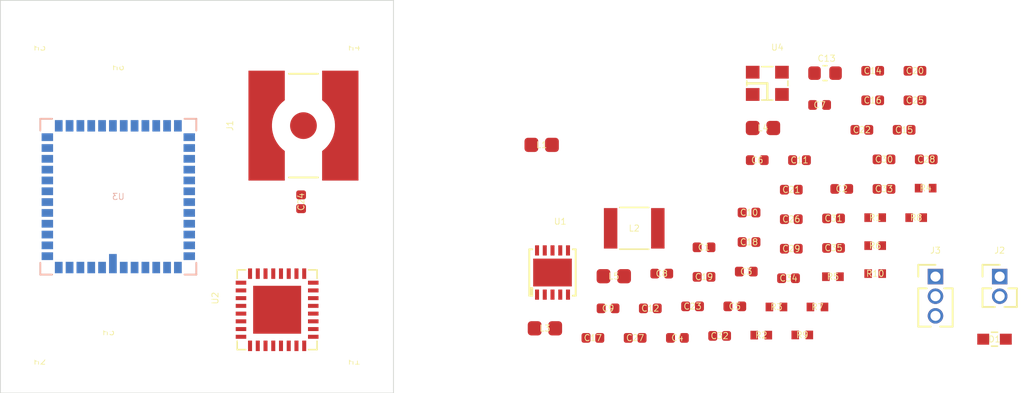
<source format=kicad_pcb>
(kicad_pcb (version 20171130) (host pcbnew "(5.1.5)-3")
  (layers (0 F.Cu signal) (1 In1.Cu signal) (2 In2.Cu signal) (31 B.Cu signal) (34 B.Paste user) (35 F.Paste user) (36 B.SilkS user) (37 F.SilkS user) (38 B.Mask user) (39 F.Mask user) (44 Edge.Cuts user))
  (net 0 "")
  (net 1 GND)
  (net 2 +5V)
  (net 3 +1V8)
  (net 4 +2V8)
  (net 5 /VDDT)
  (net 6 /VDDPLL)
  (net 7 "Net-(C24-Pad1)")
  (net 8 "Net-(C25-Pad2)")
  (net 9 "Net-(C25-Pad1)")
  (net 10 /VDDCML)
  (net 11 /nRESET)
  (net 12 /PDB)
  (net 13 /COAX+)
  (net 14 "Net-(L1-Pad2)")
  (net 15 "Net-(L3-Pad2)")
  (net 16 "Net-(L4-Pad2)")
  (net 17 "Net-(L5-Pad2)")
  (net 18 "Net-(D1-Pad2)")
  (net 19 /SDA)
  (net 20 /SCL)
  (net 21 /MODE)
  (net 22 "Net-(R10-Pad2)")
  (net 23 "Net-(U2-Pad32)")
  (net 24 "Net-(U2-Pad31)")
  (net 25 "Net-(U2-Pad30)")
  (net 26 "Net-(U2-Pad29)")
  (net 27 "Net-(U2-Pad27)")
  (net 28 "Net-(U2-Pad26)")
  (net 29 "Net-(U2-Pad24)")
  (net 30 "Net-(U2-Pad23)")
  (net 31 "Net-(U2-Pad22)")
  (net 32 "Net-(U2-Pad21)")
  (net 33 "Net-(U2-Pad20)")
  (net 34 "Net-(U2-Pad19)")
  (net 35 /GPO3)
  (net 36 /GPO2)
  (net 37 /GPO1)
  (net 38 /GPO0)
  (net 39 /PCLK)
  (net 40 /FV)
  (net 41 /LV)
  (net 42 /TRIGGER)
  (net 43 "Net-(U3-Pad9)")
  (net 44 /SCK)
  (net 45 "Net-(U3-Pad34)")
  (net 46 "Net-(U3-Pad33)")
  (net 47 /EXTCLK)
  (net 48 "Net-(U4-Pad1)")
  (net 49 "Net-(J2-Pad2)")
  (net 50 "Net-(J2-Pad1)")
  (net 51 "Net-(J3-Pad3)")
  (net 52 "Net-(J3-Pad2)")
  (net 53 "Net-(J3-Pad1)")
  (module .Connector:Conn_1x1_700_Circular_Pad (layer F.Cu) (at 109.22 29.21)
    (fp_text reference H6 (at 0 0.5 unlocked) (layer F.SilkS) (effects (font (size 0.4 0.4) (thickness 0.05))))
    (fp_text value MountingHole)
    (pad "" np_thru_hole circle (at 0 0) (size 1 1) (drill 1) (layers *.Cu *.Mask))
  )
  (module .Connector:Conn_1x1_700_Circular_Pad (layer F.Cu) (at 108.585 46.355)
    (fp_text reference H5 (at 0 0.5 unlocked) (layer F.SilkS) (effects (font (size 0.4 0.4) (thickness 0.05))))
    (fp_text value MountingHole)
    (pad "" np_thru_hole circle (at 0 0) (size 1 1) (drill 1) (layers *.Cu *.Mask))
  )
  (module .Connector:Conn_1x1_700_Circular_Pad (layer F.Cu) (at 124.46 27.94)
    (fp_text reference H4 (at 0 0.5 unlocked) (layer F.SilkS) (effects (font (size 0.4 0.4) (thickness 0.05))))
    (fp_text value MountingHole)
    (pad "" np_thru_hole circle (at 0 0) (size 1 1) (drill 1) (layers *.Cu *.Mask))
  )
  (module .Connector:Conn_1x1_700_Circular_Pad (layer F.Cu) (at 104.14 27.94)
    (fp_text reference H3 (at 0 0.5 unlocked) (layer F.SilkS) (effects (font (size 0.4 0.4) (thickness 0.05))))
    (fp_text value MountingHole)
    (pad "" np_thru_hole circle (at 0 0) (size 1 1) (drill 1) (layers *.Cu *.Mask))
  )
  (module .Connector:Conn_1x1_700_Circular_Pad (layer F.Cu) (at 104.14 48.26)
    (fp_text reference H2 (at 0 0.5 unlocked) (layer F.SilkS) (effects (font (size 0.4 0.4) (thickness 0.05))))
    (fp_text value MountingHole)
    (pad "" np_thru_hole circle (at 0 0) (size 1 1) (drill 1) (layers *.Cu *.Mask))
  )
  (module .Connector:Conn_1x1_700_Circular_Pad (layer F.Cu) (at 124.46 48.26)
    (fp_text reference H1 (at 0 0.5 unlocked) (layer F.SilkS) (effects (font (size 0.4 0.4) (thickness 0.05))))
    (fp_text value MountingHole)
    (pad "" np_thru_hole circle (at 0 0) (size 1 1) (drill 1) (layers *.Cu *.Mask))
  )
  (module Connector_PinHeader_1.27mm:PinHeader_1x03_P1.27mm_Vertical (layer F.Cu) (at 162.0216 43.2702)
    (fp_text reference J3 (at 0 -1.695 unlocked) (layer F.SilkS) (effects (font (size 0.4 0.4) (thickness 0.05))))
    (fp_text value Conn_01x03)
    (fp_line (start -1.11 -0.76) (end 0 -0.76) (layer F.SilkS) (width 0.12))
    (fp_line (start -1.11 0) (end -1.11 -0.76) (layer F.SilkS) (width 0.12))
    (fp_line (start 0.563471 0.76) (end 1.11 0.76) (layer F.SilkS) (width 0.12))
    (fp_line (start -1.11 0.76) (end -0.563471 0.76) (layer F.SilkS) (width 0.12))
    (fp_line (start 1.11 0.76) (end 1.11 3.235) (layer F.SilkS) (width 0.12))
    (fp_line (start -1.11 0.76) (end -1.11 3.235) (layer F.SilkS) (width 0.12))
    (fp_line (start 0.30753 3.235) (end 1.11 3.235) (layer F.SilkS) (width 0.12))
    (fp_line (start -1.11 3.235) (end -0.30753 3.235) (layer F.SilkS) (width 0.12))
    (pad 3 thru_hole oval (at 0 2.54) (size 1 1) (drill 0.65) (layers *.Cu *.Mask) (net 51 "Net-(J3-Pad3)"))
    (pad 2 thru_hole oval (at 0 1.27) (size 1 1) (drill 0.65) (layers *.Cu *.Mask) (net 52 "Net-(J3-Pad2)"))
    (pad 1 thru_hole rect (at 0 0) (size 1 1) (drill 0.65) (layers *.Cu *.Mask) (net 53 "Net-(J3-Pad1)"))
  )
  (module Connector_PinHeader_1.27mm:PinHeader_1x02_P1.27mm_Vertical (layer F.Cu) (at 166.1716 43.2702)
    (fp_text reference J2 (at 0 -1.695 unlocked) (layer F.SilkS) (effects (font (size 0.4 0.4) (thickness 0.05))))
    (fp_text value Conn_01x02)
    (fp_line (start -1.11 -0.76) (end 0 -0.76) (layer F.SilkS) (width 0.12))
    (fp_line (start -1.11 0) (end -1.11 -0.76) (layer F.SilkS) (width 0.12))
    (fp_line (start 0.563471 0.76) (end 1.11 0.76) (layer F.SilkS) (width 0.12))
    (fp_line (start -1.11 0.76) (end -0.563471 0.76) (layer F.SilkS) (width 0.12))
    (fp_line (start 1.11 0.76) (end 1.11 1.965) (layer F.SilkS) (width 0.12))
    (fp_line (start -1.11 0.76) (end -1.11 1.965) (layer F.SilkS) (width 0.12))
    (fp_line (start 0.30753 1.965) (end 1.11 1.965) (layer F.SilkS) (width 0.12))
    (fp_line (start -1.11 1.965) (end -0.30753 1.965) (layer F.SilkS) (width 0.12))
    (pad 2 thru_hole oval (at 0 1.27) (size 1 1) (drill 0.65) (layers *.Cu *.Mask) (net 49 "Net-(J2-Pad2)"))
    (pad 1 thru_hole rect (at 0 0) (size 1 1) (drill 0.65) (layers *.Cu *.Mask) (net 50 "Net-(J2-Pad1)"))
  )
  (module .LED:LED_SC80X160X65L40L (layer F.Cu) (at 165.8366 47.3202)
    (fp_text reference D1 (at 0 0 unlocked) (layer F.SilkS) (effects (font (size 0.4 0.4) (thickness 0.05))))
    (fp_text value LED_Small_ALT)
    (fp_line (start -0.195 0.45) (end 0.195 0.45) (layer F.SilkS) (width 0.1))
    (fp_line (start -0.195 -0.45) (end 0.195 -0.45) (layer F.SilkS) (width 0.1))
    (pad 1 smd rect (at 0.73 0) (size 0.77 0.71) (layers F.Cu F.Paste F.Mask) (net 1 GND))
    (pad 2 smd rect (at -0.73 0) (size 0.77 0.71) (layers F.Cu F.Paste F.Mask) (net 18 "Net-(D1-Pad2)"))
  )
  (module .Oscillator:OSC_CC250X200X80L70X75L (layer F.Cu) (at 151.156 30.7666)
    (fp_text reference U4)
    (fp_text value SiT_2.5mmx2mm)
    (fp_line (start 0 0) (end 0 1.05) (layer F.SilkS) (width 0.15))
    (fp_line (start -1.275 0) (end 0 0) (layer F.SilkS) (width 0.15))
    (fp_line (start 0.355 -1.08) (end -0.355 -1.08) (layer F.SilkS) (width 0.1))
    (fp_line (start -0.355 1.08) (end 0.355 1.08) (layer F.SilkS) (width 0.1))
    (fp_line (start 1.33 0.155) (end 1.33 -0.155) (layer F.SilkS) (width 0.1))
    (fp_line (start -1.33 0.155) (end -1.33 -0.155) (layer F.SilkS) (width 0.1))
    (fp_text user %R (at 0.65 -2.325 unlocked) (layer F.SilkS) (effects (font (size 0.4 0.4) (thickness 0.05))))
    (pad 4 smd rect (at -0.945 -0.72 90) (size 0.83 0.88) (layers F.Cu F.Paste F.Mask) (net 4 +2V8))
    (pad 3 smd rect (at 0.945 -0.72 90) (size 0.83 0.88) (layers F.Cu F.Paste F.Mask) (net 47 /EXTCLK))
    (pad 2 smd rect (at 0.945 0.72 90) (size 0.83 0.88) (layers F.Cu F.Paste F.Mask) (net 1 GND))
    (pad 1 smd rect (at -0.945 0.72 90) (size 0.83 0.88) (layers F.Cu F.Paste F.Mask) (net 48 "Net-(U4-Pad1)"))
  )
  (module .Package_LCC:iLCC48P70_1000X1000X135L80X40N (layer B.Cu) (at 109.22 38.1)
    (fp_text reference U3)
    (fp_text value MT9P031)
    (fp_line (start -5.04 5.04) (end -5.04 4.28) (layer B.SilkS) (width 0.12))
    (fp_line (start -4.28 5.04) (end -5.04 5.04) (layer B.SilkS) (width 0.12))
    (fp_line (start 5.04 5.04) (end 5.04 4.28) (layer B.SilkS) (width 0.12))
    (fp_line (start 4.28 5.04) (end 5.04 5.04) (layer B.SilkS) (width 0.12))
    (fp_line (start 5.04 -5.04) (end 5.04 -4.28) (layer B.SilkS) (width 0.12))
    (fp_line (start 4.28 -5.04) (end 5.04 -5.04) (layer B.SilkS) (width 0.12))
    (fp_line (start -5.04 -5.04) (end -5.04 -4.28) (layer B.SilkS) (width 0.12))
    (fp_line (start -4.28 -5.04) (end -5.04 -5.04) (layer B.SilkS) (width 0.12))
    (fp_text user %R (at 0 0 unlocked) (layer B.SilkS) (effects (font (size 0.4 0.4) (thickness 0.05)) (justify mirror)))
    (pad 18 smd rect (at -4.585 -3.85) (size 0.74 0.5) (layers B.Cu B.Paste B.Mask))
    (pad 17 smd rect (at -4.585 -3.15) (size 0.74 0.5) (layers B.Cu B.Paste B.Mask) (net 1 GND))
    (pad 16 smd rect (at -4.585 -2.45) (size 0.74 0.5) (layers B.Cu B.Paste B.Mask) (net 11 /nRESET))
    (pad 15 smd rect (at -4.585 -1.75) (size 0.74 0.5) (layers B.Cu B.Paste B.Mask) (net 42 /TRIGGER))
    (pad 14 smd rect (at -4.585 -1.05) (size 0.74 0.5) (layers B.Cu B.Paste B.Mask) (net 4 +2V8))
    (pad 13 smd rect (at -4.585 -0.35) (size 0.74 0.5) (layers B.Cu B.Paste B.Mask) (net 4 +2V8))
    (pad 12 smd rect (at -4.585 0.35) (size 0.74 0.5) (layers B.Cu B.Paste B.Mask) (net 3 +1V8))
    (pad 11 smd rect (at -4.585 1.05) (size 0.74 0.5) (layers B.Cu B.Paste B.Mask) (net 4 +2V8))
    (pad 10 smd rect (at -4.585 1.75) (size 0.74 0.5) (layers B.Cu B.Paste B.Mask) (net 1 GND))
    (pad 9 smd rect (at -4.585 2.45) (size 0.74 0.5) (layers B.Cu B.Paste B.Mask) (net 43 "Net-(U3-Pad9)"))
    (pad 8 smd rect (at -4.585 3.15) (size 0.74 0.5) (layers B.Cu B.Paste B.Mask) (net 41 /LV))
    (pad 7 smd rect (at -4.585 3.85) (size 0.74 0.5) (layers B.Cu B.Paste B.Mask) (net 40 /FV))
    (pad 6 smd rect (at -3.85 4.585 270) (size 0.74 0.5) (layers B.Cu B.Paste B.Mask) (net 1 GND))
    (pad 5 smd rect (at -3.15 4.585 270) (size 0.74 0.5) (layers B.Cu B.Paste B.Mask) (net 19 /SDA))
    (pad 4 smd rect (at -2.45 4.585 270) (size 0.74 0.5) (layers B.Cu B.Paste B.Mask) (net 44 /SCK))
    (pad 3 smd rect (at -1.75 4.585 270) (size 0.74 0.5) (layers B.Cu B.Paste B.Mask) (net 1 GND))
    (pad 2 smd rect (at -1.05 4.585 270) (size 0.74 0.5) (layers B.Cu B.Paste B.Mask) (net 1 GND))
    (pad 1 smd rect (at -0.35 4.331 270) (size 1.248 0.5) (layers B.Cu B.Paste B.Mask) (net 4 +2V8))
    (pad 48 smd rect (at 0.35 4.585 270) (size 0.74 0.5) (layers B.Cu B.Paste B.Mask) (net 4 +2V8))
    (pad 47 smd rect (at 1.05 4.585 270) (size 0.74 0.5) (layers B.Cu B.Paste B.Mask) (net 3 +1V8))
    (pad 46 smd rect (at 1.75 4.585 270) (size 0.74 0.5) (layers B.Cu B.Paste B.Mask) (net 1 GND))
    (pad 45 smd rect (at 2.45 4.585 270) (size 0.74 0.5) (layers B.Cu B.Paste B.Mask) (net 25 "Net-(U2-Pad30)"))
    (pad 44 smd rect (at 3.15 4.585 270) (size 0.74 0.5) (layers B.Cu B.Paste B.Mask) (net 26 "Net-(U2-Pad29)"))
    (pad 43 smd rect (at 3.85 4.585 270) (size 0.74 0.5) (layers B.Cu B.Paste B.Mask) (net 27 "Net-(U2-Pad27)"))
    (pad 42 smd rect (at 4.585 3.85) (size 0.74 0.5) (layers B.Cu B.Paste B.Mask) (net 28 "Net-(U2-Pad26)"))
    (pad 41 smd rect (at 4.585 3.15) (size 0.74 0.5) (layers B.Cu B.Paste B.Mask) (net 29 "Net-(U2-Pad24)"))
    (pad 40 smd rect (at 4.585 2.45) (size 0.74 0.5) (layers B.Cu B.Paste B.Mask) (net 30 "Net-(U2-Pad23)"))
    (pad 39 smd rect (at 4.585 1.75) (size 0.74 0.5) (layers B.Cu B.Paste B.Mask) (net 4 +2V8))
    (pad 38 smd rect (at 4.585 1.05) (size 0.74 0.5) (layers B.Cu B.Paste B.Mask) (net 31 "Net-(U2-Pad22)"))
    (pad 37 smd rect (at 4.585 0.35) (size 0.74 0.5) (layers B.Cu B.Paste B.Mask) (net 32 "Net-(U2-Pad21)"))
    (pad 36 smd rect (at 4.585 -0.35) (size 0.74 0.5) (layers B.Cu B.Paste B.Mask) (net 33 "Net-(U2-Pad20)"))
    (pad 35 smd rect (at 4.585 -1.05) (size 0.74 0.5) (layers B.Cu B.Paste B.Mask) (net 34 "Net-(U2-Pad19)"))
    (pad 34 smd rect (at 4.585 -1.75) (size 0.74 0.5) (layers B.Cu B.Paste B.Mask) (net 45 "Net-(U3-Pad34)"))
    (pad 33 smd rect (at 4.585 -2.45) (size 0.74 0.5) (layers B.Cu B.Paste B.Mask) (net 46 "Net-(U3-Pad33)"))
    (pad 32 smd rect (at 4.585 -3.15) (size 0.74 0.5) (layers B.Cu B.Paste B.Mask) (net 39 /PCLK))
    (pad 31 smd rect (at 4.585 -3.85) (size 0.74 0.5) (layers B.Cu B.Paste B.Mask) (net 47 /EXTCLK))
    (pad 30 smd rect (at 3.85 -4.585 270) (size 0.74 0.5) (layers B.Cu B.Paste B.Mask))
    (pad 29 smd rect (at 3.15 -4.585 270) (size 0.74 0.5) (layers B.Cu B.Paste B.Mask))
    (pad 28 smd rect (at 2.45 -4.585 270) (size 0.74 0.5) (layers B.Cu B.Paste B.Mask))
    (pad 27 smd rect (at 1.75 -4.585 270) (size 0.74 0.5) (layers B.Cu B.Paste B.Mask))
    (pad 26 smd rect (at 1.05 -4.585 270) (size 0.74 0.5) (layers B.Cu B.Paste B.Mask) (net 1 GND))
    (pad 25 smd rect (at 0.35 -4.585 270) (size 0.74 0.5) (layers B.Cu B.Paste B.Mask) (net 4 +2V8))
    (pad 24 smd rect (at -0.35 -4.585 270) (size 0.74 0.5) (layers B.Cu B.Paste B.Mask) (net 4 +2V8))
    (pad 23 smd rect (at -1.05 -4.585 270) (size 0.74 0.5) (layers B.Cu B.Paste B.Mask) (net 4 +2V8))
    (pad 22 smd rect (at -1.75 -4.585 270) (size 0.74 0.5) (layers B.Cu B.Paste B.Mask) (net 1 GND))
    (pad 21 smd rect (at -2.45 -4.585 270) (size 0.74 0.5) (layers B.Cu B.Paste B.Mask) (net 1 GND))
    (pad 20 smd rect (at -3.15 -4.585 270) (size 0.74 0.5) (layers B.Cu B.Paste B.Mask) (net 1 GND))
    (pad 19 smd rect (at -3.85 -4.585 270) (size 0.74 0.5) (layers B.Cu B.Paste B.Mask))
  )
  (module .Package_QFN:QFN_33_P50_500X500X80L40X24T310L (layer F.Cu) (at 119.4816 45.4152 90)
    (fp_text reference U2)
    (fp_text value DS90UB933-Q1)
    (fp_line (start -2.58 -2.58) (end -2.58 -2.03) (layer F.SilkS) (width 0.1))
    (fp_line (start -2.03 -2.58) (end -2.58 -2.58) (layer F.SilkS) (width 0.1))
    (fp_line (start 2.58 -2.58) (end 2.58 -2.03) (layer F.SilkS) (width 0.1))
    (fp_line (start 2.03 -2.58) (end 2.58 -2.58) (layer F.SilkS) (width 0.1))
    (fp_line (start 2.58 2.58) (end 2.58 2.03) (layer F.SilkS) (width 0.1))
    (fp_line (start 2.03 2.58) (end 2.58 2.58) (layer F.SilkS) (width 0.1))
    (fp_line (start -2.58 2.58) (end -2.58 2.03) (layer F.SilkS) (width 0.1))
    (fp_line (start -2.03 2.58) (end -2.58 2.58) (layer F.SilkS) (width 0.1))
    (fp_text user %R (at 0.75 -4 90 unlocked) (layer F.SilkS) (effects (font (size 0.4 0.4) (thickness 0.05))))
    (pad 33 smd rect (at 0 0 90) (size 3.1 3.1) (layers F.Cu F.Paste F.Mask) (net 1 GND))
    (pad 32 smd rect (at -2.335 1.75 90) (size 0.68 0.26) (layers F.Cu F.Paste F.Mask) (net 23 "Net-(U2-Pad32)"))
    (pad 31 smd rect (at -2.335 1.25 90) (size 0.68 0.26) (layers F.Cu F.Paste F.Mask) (net 24 "Net-(U2-Pad31)"))
    (pad 30 smd rect (at -2.335 0.75 90) (size 0.68 0.26) (layers F.Cu F.Paste F.Mask) (net 25 "Net-(U2-Pad30)"))
    (pad 29 smd rect (at -2.335 0.25 90) (size 0.68 0.26) (layers F.Cu F.Paste F.Mask) (net 26 "Net-(U2-Pad29)"))
    (pad 28 smd rect (at -2.335 -0.25 90) (size 0.68 0.26) (layers F.Cu F.Paste F.Mask) (net 3 +1V8))
    (pad 27 smd rect (at -2.335 -0.75 90) (size 0.68 0.26) (layers F.Cu F.Paste F.Mask) (net 27 "Net-(U2-Pad27)"))
    (pad 26 smd rect (at -2.335 -1.25 90) (size 0.68 0.26) (layers F.Cu F.Paste F.Mask) (net 28 "Net-(U2-Pad26)"))
    (pad 25 smd rect (at -2.335 -1.75 90) (size 0.68 0.26) (layers F.Cu F.Paste F.Mask) (net 4 +2V8))
    (pad 24 smd rect (at -1.75 -2.335 180) (size 0.68 0.26) (layers F.Cu F.Paste F.Mask) (net 29 "Net-(U2-Pad24)"))
    (pad 23 smd rect (at -1.25 -2.335 180) (size 0.68 0.26) (layers F.Cu F.Paste F.Mask) (net 30 "Net-(U2-Pad23)"))
    (pad 22 smd rect (at -0.75 -2.335 180) (size 0.68 0.26) (layers F.Cu F.Paste F.Mask) (net 31 "Net-(U2-Pad22)"))
    (pad 21 smd rect (at -0.25 -2.335 180) (size 0.68 0.26) (layers F.Cu F.Paste F.Mask) (net 32 "Net-(U2-Pad21)"))
    (pad 20 smd rect (at 0.25 -2.335 180) (size 0.68 0.26) (layers F.Cu F.Paste F.Mask) (net 33 "Net-(U2-Pad20)"))
    (pad 19 smd rect (at 0.75 -2.335 180) (size 0.68 0.26) (layers F.Cu F.Paste F.Mask) (net 34 "Net-(U2-Pad19)"))
    (pad 18 smd rect (at 1.25 -2.335 180) (size 0.68 0.26) (layers F.Cu F.Paste F.Mask) (net 35 /GPO3))
    (pad 17 smd rect (at 1.75 -2.335 180) (size 0.68 0.26) (layers F.Cu F.Paste F.Mask) (net 36 /GPO2))
    (pad 16 smd rect (at 2.335 -1.75 90) (size 0.68 0.26) (layers F.Cu F.Paste F.Mask) (net 37 /GPO1))
    (pad 15 smd rect (at 2.335 -1.25 90) (size 0.68 0.26) (layers F.Cu F.Paste F.Mask) (net 38 /GPO0))
    (pad 14 smd rect (at 2.335 -0.75 90) (size 0.68 0.26) (layers F.Cu F.Paste F.Mask) (net 10 /VDDCML))
    (pad 13 smd rect (at 2.335 -0.25 90) (size 0.68 0.26) (layers F.Cu F.Paste F.Mask) (net 7 "Net-(C24-Pad1)"))
    (pad 12 smd rect (at 2.335 0.25 90) (size 0.68 0.26) (layers F.Cu F.Paste F.Mask) (net 9 "Net-(C25-Pad1)"))
    (pad 11 smd rect (at 2.335 0.75 90) (size 0.68 0.26) (layers F.Cu F.Paste F.Mask) (net 5 /VDDT))
    (pad 10 smd rect (at 2.335 1.25 90) (size 0.68 0.26) (layers F.Cu F.Paste F.Mask) (net 6 /VDDPLL))
    (pad 9 smd rect (at 2.335 1.75 90) (size 0.68 0.26) (layers F.Cu F.Paste F.Mask) (net 12 /PDB))
    (pad 8 smd rect (at 1.75 2.335 180) (size 0.68 0.26) (layers F.Cu F.Paste F.Mask) (net 21 /MODE))
    (pad 7 smd rect (at 1.25 2.335 180) (size 0.68 0.26) (layers F.Cu F.Paste F.Mask) (net 1 GND))
    (pad 6 smd rect (at 0.75 2.335 180) (size 0.68 0.26) (layers F.Cu F.Paste F.Mask) (net 1 GND))
    (pad 5 smd rect (at 0.25 2.335 180) (size 0.68 0.26) (layers F.Cu F.Paste F.Mask) (net 19 /SDA))
    (pad 4 smd rect (at -0.25 2.335 180) (size 0.68 0.26) (layers F.Cu F.Paste F.Mask) (net 20 /SCL))
    (pad 3 smd rect (at -0.75 2.335 180) (size 0.68 0.26) (layers F.Cu F.Paste F.Mask) (net 39 /PCLK))
    (pad 2 smd rect (at -1.25 2.335 180) (size 0.68 0.26) (layers F.Cu F.Paste F.Mask) (net 40 /FV))
    (pad 1 smd rect (at -1.75 2.335 180) (size 0.68 0.26) (layers F.Cu F.Paste F.Mask) (net 41 /LV))
  )
  (module .Package_QFN:DFN10_3x3_11P50_300X300X100L40X24T250X180N (layer F.Cu) (at 137.276 43.0066)
    (fp_text reference U1)
    (fp_text value NCV8154MW180280TBG)
    (fp_poly (pts (xy -1.3 1.5) (xy -1.5 1.5) (xy -1.5 1) (xy -1.3 1)) (layer F.SilkS) (width 0.1))
    (fp_line (start -1.5 -1.5) (end -1.31 -1.5) (layer F.SilkS) (width 0.12))
    (fp_line (start -1.5 1.5) (end -1.5 -1.5) (layer F.SilkS) (width 0.12))
    (fp_line (start -1.31 1.5) (end -1.5 1.5) (layer F.SilkS) (width 0.12))
    (fp_line (start 1.5 -1.5) (end 1.31 -1.5) (layer F.SilkS) (width 0.12))
    (fp_line (start 1.5 1.5) (end 1.5 -1.5) (layer F.SilkS) (width 0.12))
    (fp_line (start 1.31 1.5) (end 1.5 1.5) (layer F.SilkS) (width 0.12))
    (fp_text user %R (at 0.5 -3.3 unlocked) (layer F.SilkS) (effects (font (size 0.4 0.4) (thickness 0.05))))
    (pad 11 smd rect (at 0 0 90) (size 1.8 2.5) (layers F.Cu F.Mask))
    (pad 10 smd rect (at -1 -1.43 90) (size 0.66 0.26) (layers F.Cu F.Paste F.Mask) (net 2 +5V))
    (pad 9 smd rect (at -0.5 -1.43 90) (size 0.66 0.26) (layers F.Cu F.Paste F.Mask) (net 2 +5V))
    (pad 8 smd rect (at 0 -1.43 90) (size 0.66 0.26) (layers F.Cu F.Paste F.Mask) (net 2 +5V))
    (pad 7 smd rect (at 0.5 -1.43 90) (size 0.66 0.26) (layers F.Cu F.Paste F.Mask) (net 2 +5V))
    (pad 6 smd rect (at 1 -1.43 90) (size 0.66 0.26) (layers F.Cu F.Paste F.Mask))
    (pad 5 smd rect (at 1 1.43 90) (size 0.66 0.26) (layers F.Cu F.Paste F.Mask))
    (pad 4 smd rect (at 0.5 1.43 90) (size 0.66 0.26) (layers F.Cu F.Paste F.Mask) (net 1 GND))
    (pad 3 smd rect (at 0 1.43 90) (size 0.66 0.26) (layers F.Cu F.Paste F.Mask) (net 4 +2V8))
    (pad 2 smd rect (at -0.5 1.43 90) (size 0.66 0.26) (layers F.Cu F.Paste F.Mask) (net 3 +1V8))
    (pad 1 smd rect (at -1 1.43 90) (size 0.66 0.26) (layers F.Cu F.Paste F.Mask) (net 1 GND))
  )
  (module .Resistor:R_0402_1005Metric_ERJ_L (layer F.Cu) (at 158.126 43.0766)
    (fp_text reference R10)
    (fp_text value DNL)
    (fp_text user %R (at 0 0 unlocked) (layer F.SilkS) (effects (font (size 0.4 0.4) (thickness 0.05))))
    (pad 2 smd rect (at 0.455 0) (size 0.49 0.56) (layers F.Cu F.Paste F.Mask) (net 22 "Net-(R10-Pad2)"))
    (pad 1 smd rect (at -0.455 0) (size 0.49 0.56) (layers F.Cu F.Paste F.Mask) (net 4 +2V8))
  )
  (module .Resistor:R_0402_1005Metric_ERJ_L (layer F.Cu) (at 153.416 47.0466)
    (fp_text reference R9)
    (fp_text value ??)
    (fp_text user %R (at 0 0 unlocked) (layer F.SilkS) (effects (font (size 0.4 0.4) (thickness 0.05))))
    (pad 2 smd rect (at 0.455 0) (size 0.49 0.56) (layers F.Cu F.Paste F.Mask) (net 1 GND))
    (pad 1 smd rect (at -0.455 0) (size 0.49 0.56) (layers F.Cu F.Paste F.Mask) (net 21 /MODE))
  )
  (module .Resistor:R_0402_1005Metric_ERJ_L (layer F.Cu) (at 160.776 39.4566)
    (fp_text reference R8)
    (fp_text value ??)
    (fp_text user %R (at 0 0 unlocked) (layer F.SilkS) (effects (font (size 0.4 0.4) (thickness 0.05))))
    (pad 2 smd rect (at 0.455 0) (size 0.49 0.56) (layers F.Cu F.Paste F.Mask) (net 21 /MODE))
    (pad 1 smd rect (at -0.455 0) (size 0.49 0.56) (layers F.Cu F.Paste F.Mask) (net 4 +2V8))
  )
  (module .Resistor:R_0402_1005Metric_ERJ_L (layer F.Cu) (at 154.396 45.2366)
    (fp_text reference R7)
    (fp_text value ??)
    (fp_text user %R (at 0 0 unlocked) (layer F.SilkS) (effects (font (size 0.4 0.4) (thickness 0.05))))
    (pad 2 smd rect (at 0.455 0) (size 0.49 0.56) (layers F.Cu F.Paste F.Mask) (net 12 /PDB))
    (pad 1 smd rect (at -0.455 0) (size 0.49 0.56) (layers F.Cu F.Paste F.Mask) (net 4 +2V8))
  )
  (module .Resistor:R_0402_1005Metric_ERJ_L (layer F.Cu) (at 158.126 41.2666)
    (fp_text reference R6)
    (fp_text value 1K)
    (fp_text user %R (at 0 0 unlocked) (layer F.SilkS) (effects (font (size 0.4 0.4) (thickness 0.05))))
    (pad 2 smd rect (at 0.455 0) (size 0.49 0.56) (layers F.Cu F.Paste F.Mask) (net 20 /SCL))
    (pad 1 smd rect (at -0.455 0) (size 0.49 0.56) (layers F.Cu F.Paste F.Mask) (net 4 +2V8))
  )
  (module .Resistor:R_0402_1005Metric_ERJ_L (layer F.Cu) (at 155.396 43.2766)
    (fp_text reference R5)
    (fp_text value 1K)
    (fp_text user %R (at 0 0 unlocked) (layer F.SilkS) (effects (font (size 0.4 0.4) (thickness 0.05))))
    (pad 2 smd rect (at 0.455 0) (size 0.49 0.56) (layers F.Cu F.Paste F.Mask) (net 19 /SDA))
    (pad 1 smd rect (at -0.455 0) (size 0.49 0.56) (layers F.Cu F.Paste F.Mask) (net 4 +2V8))
  )
  (module .Resistor:R_0402_1005Metric_ERJ_L (layer F.Cu) (at 161.386 37.5466)
    (fp_text reference R4)
    (fp_text value 1K)
    (fp_text user %R (at 0 0 unlocked) (layer F.SilkS) (effects (font (size 0.4 0.4) (thickness 0.05))))
    (pad 2 smd rect (at 0.455 0) (size 0.49 0.56) (layers F.Cu F.Paste F.Mask) (net 11 /nRESET))
    (pad 1 smd rect (at -0.455 0) (size 0.49 0.56) (layers F.Cu F.Paste F.Mask) (net 4 +2V8))
  )
  (module .Resistor:R_0402_1005Metric_ERJ_L (layer F.Cu) (at 151.746 45.2366)
    (fp_text reference R3)
    (fp_text value 50)
    (fp_text user %R (at 0 0 unlocked) (layer F.SilkS) (effects (font (size 0.4 0.4) (thickness 0.05))))
    (pad 2 smd rect (at 0.455 0) (size 0.49 0.56) (layers F.Cu F.Paste F.Mask) (net 1 GND))
    (pad 1 smd rect (at -0.455 0) (size 0.49 0.56) (layers F.Cu F.Paste F.Mask) (net 8 "Net-(C25-Pad2)"))
  )
  (module .Resistor:R_0402_1005Metric_ERJ_L (layer F.Cu) (at 150.766 47.0566)
    (fp_text reference R2)
    (fp_text value 500)
    (fp_text user %R (at 0 0 unlocked) (layer F.SilkS) (effects (font (size 0.4 0.4) (thickness 0.05))))
    (pad 2 smd rect (at 0.455 0) (size 0.49 0.56) (layers F.Cu F.Paste F.Mask) (net 18 "Net-(D1-Pad2)"))
    (pad 1 smd rect (at -0.455 0) (size 0.49 0.56) (layers F.Cu F.Paste F.Mask) (net 2 +5V))
  )
  (module .Resistor:R_0402_1005Metric_ERJ_L (layer F.Cu) (at 158.126 39.4566)
    (fp_text reference R1)
    (fp_text value 2K)
    (fp_text user %R (at 0 0 unlocked) (layer F.SilkS) (effects (font (size 0.4 0.4) (thickness 0.05))))
    (pad 2 smd rect (at 0.455 0) (size 0.49 0.56) (layers F.Cu F.Paste F.Mask) (net 14 "Net-(L1-Pad2)"))
    (pad 1 smd rect (at -0.455 0) (size 0.49 0.56) (layers F.Cu F.Paste F.Mask) (net 2 +5V))
  )
  (module .Inductor:L_0603_1608Metric_L (layer F.Cu) (at 141.236 43.2466)
    (fp_text reference L5)
    (fp_text value BLM18PG471SN1D)
    (fp_text user %R (at 0 0 unlocked) (layer F.SilkS) (effects (font (size 0.4 0.4) (thickness 0.05))))
    (pad 2 smd roundrect (at 0.665 0) (size 0.89 0.92) (layers F.Cu F.Paste F.Mask) (net 17 "Net-(L5-Pad2)"))
    (pad 1 smd roundrect (at -0.665 0) (size 0.89 0.92) (layers F.Cu F.Paste F.Mask) (net 3 +1V8))
  )
  (module .Inductor:L_0603_1608Metric_L (layer F.Cu) (at 150.876 33.6566)
    (fp_text reference L4)
    (fp_text value BLM18PG471SN1D)
    (fp_text user %R (at 0 0 unlocked) (layer F.SilkS) (effects (font (size 0.4 0.4) (thickness 0.05))))
    (pad 2 smd roundrect (at 0.665 0) (size 0.89 0.92) (layers F.Cu F.Paste F.Mask) (net 16 "Net-(L4-Pad2)"))
    (pad 1 smd roundrect (at -0.665 0) (size 0.89 0.92) (layers F.Cu F.Paste F.Mask) (net 3 +1V8))
  )
  (module .Inductor:L_0603_1608Metric_L (layer F.Cu) (at 136.786 46.6166)
    (fp_text reference L3)
    (fp_text value BLM18PG471SN1D)
    (fp_text user %R (at 0 0 unlocked) (layer F.SilkS) (effects (font (size 0.4 0.4) (thickness 0.05))))
    (pad 2 smd roundrect (at 0.665 0) (size 0.89 0.92) (layers F.Cu F.Paste F.Mask) (net 15 "Net-(L3-Pad2)"))
    (pad 1 smd roundrect (at -0.665 0) (size 0.89 0.92) (layers F.Cu F.Paste F.Mask) (net 3 +1V8))
  )
  (module .Inductor:L_1210_3225Metric_L (layer F.Cu) (at 142.556 40.1466)
    (fp_text reference L2)
    (fp_text value ADL3225V-470MT-TL000)
    (fp_line (start -0.94 1.35) (end 0.94 1.35) (layer F.SilkS) (width 0.1))
    (fp_line (start -0.94 -1.35) (end 0.94 -1.35) (layer F.SilkS) (width 0.1))
    (fp_text user %R (at 0 0 unlocked) (layer F.SilkS) (effects (font (size 0.4 0.4) (thickness 0.05))))
    (pad 2 smd rect (at 1.525 0) (size 0.87 2.62) (layers F.Cu F.Paste F.Mask) (net 2 +5V))
    (pad 1 smd rect (at -1.525 0) (size 0.87 2.62) (layers F.Cu F.Paste F.Mask) (net 14 "Net-(L1-Pad2)"))
  )
  (module .Inductor:L_0603_1608Metric_L (layer F.Cu) (at 136.5758 34.7472)
    (fp_text reference L1)
    (fp_text value BLM18PG471SN1D)
    (fp_text user %R (at 0 0 unlocked) (layer F.SilkS) (effects (font (size 0.4 0.4) (thickness 0.05))))
    (pad 2 smd roundrect (at 0.665 0) (size 0.89 0.92) (layers F.Cu F.Paste F.Mask) (net 14 "Net-(L1-Pad2)"))
    (pad 1 smd roundrect (at -0.665 0) (size 0.89 0.92) (layers F.Cu F.Paste F.Mask) (net 13 /COAX+))
  )
  (module Connector_Coaxial:SMA_Amphenol_132134-10_Vertical (layer F.Cu) (at 121.1834 33.5026 90)
    (fp_text reference J1 (at 0 -4.75 90 unlocked) (layer F.SilkS) (effects (font (size 0.4 0.4) (thickness 0.05))))
    (fp_text value SMA-J-P-H-RA-TH1)
    (fp_line (start 3.355 -0.94) (end 3.355 0.94) (layer F.SilkS) (width 0.12))
    (fp_line (start -3.355 -0.94) (end -3.355 0.94) (layer F.SilkS) (width 0.12))
    (pad 2 smd custom (at 0 -2.8 270) (size 7.11 1.51) (layers F.Cu F.Paste F.Mask) (net 1 GND) (options (clearance outline) (anchor rect)) (primitives (gr_poly (pts (xy -1.645 -1.595) (xy -1.5 -1.42) (xy -1.36 -1.28) (xy -1.205 -1.155) (xy -1.035 -1.045) (xy -0.86 -0.95) (xy -0.675 -0.875) (xy -0.48 -0.82) (xy -0.28 -0.78) (xy -0.085 -0.765) (xy 0 -0.765) (xy 0 0.755) (xy -3.555 0.755) (xy -3.555 -1.595)) (width 0)) (gr_poly (pts (xy 1.645 -1.595) (xy 1.5 -1.42) (xy 1.36 -1.28) (xy 1.205 -1.155) (xy 1.035 -1.045) (xy 0.86 -0.95) (xy 0.675 -0.875) (xy 0.48 -0.82) (xy 0.28 -0.78) (xy 0.085 -0.765) (xy 0 -0.765) (xy 0 0.755) (xy 3.555 0.755) (xy 3.555 -1.595)) (width 0))))
    (pad 2 smd custom (at 0 2.8 90) (size 7.11 1.51) (layers F.Cu F.Paste F.Mask) (net 1 GND) (options (clearance outline) (anchor rect)) (primitives (gr_poly (pts (xy -1.645 -1.595) (xy -1.5 -1.42) (xy -1.36 -1.28) (xy -1.205 -1.155) (xy -1.035 -1.045) (xy -0.86 -0.95) (xy -0.675 -0.875) (xy -0.48 -0.82) (xy -0.28 -0.78) (xy -0.085 -0.765) (xy 0 -0.765) (xy 0 0.755) (xy -3.555 0.755) (xy -3.555 -1.595)) (width 0)) (gr_poly (pts (xy 1.645 -1.595) (xy 1.5 -1.42) (xy 1.36 -1.28) (xy 1.205 -1.155) (xy 1.035 -1.045) (xy 0.86 -0.95) (xy 0.675 -0.875) (xy 0.48 -0.82) (xy 0.28 -0.78) (xy 0.085 -0.765) (xy 0 -0.765) (xy 0 0.755) (xy 3.555 0.755) (xy 3.555 -1.595)) (width 0))))
    (pad 1 smd circle (at 0 0 180) (size 1.73 1.73) (layers F.Cu F.Paste F.Mask) (net 13 /COAX+))
  )
  (module .Capacitor:C_0402_1005Metric_L (layer F.Cu) (at 155.436 41.4166)
    (fp_text reference C35)
    (fp_text value ??)
    (fp_text user %R (at 0 0 unlocked) (layer F.SilkS) (effects (font (size 0.4 0.4) (thickness 0.05))))
    (pad 2 smd roundrect (at 0.445 0) (size 0.58 0.63) (layers F.Cu F.Paste F.Mask) (net 1 GND))
    (pad 1 smd roundrect (at -0.445 0) (size 0.58 0.63) (layers F.Cu F.Paste F.Mask) (net 12 /PDB))
  )
  (module .Capacitor:C_0402_1005Metric_L (layer F.Cu) (at 152.526 43.3766)
    (fp_text reference C34)
    (fp_text value 10nF)
    (fp_text user %R (at 0 0 unlocked) (layer F.SilkS) (effects (font (size 0.4 0.4) (thickness 0.05))))
    (pad 2 smd roundrect (at 0.445 0) (size 0.58 0.63) (layers F.Cu F.Paste F.Mask) (net 1 GND))
    (pad 1 smd roundrect (at -0.445 0) (size 0.58 0.63) (layers F.Cu F.Paste F.Mask) (net 4 +2V8))
  )
  (module .Capacitor:C_0402_1005Metric_L (layer F.Cu) (at 158.696 37.5966)
    (fp_text reference C33)
    (fp_text value 1uF)
    (fp_text user %R (at 0 0 unlocked) (layer F.SilkS) (effects (font (size 0.4 0.4) (thickness 0.05))))
    (pad 2 smd roundrect (at 0.445 0) (size 0.58 0.63) (layers F.Cu F.Paste F.Mask) (net 1 GND))
    (pad 1 smd roundrect (at -0.445 0) (size 0.58 0.63) (layers F.Cu F.Paste F.Mask) (net 11 /nRESET))
  )
  (module .Capacitor:C_0402_1005Metric_L (layer F.Cu) (at 148.076 47.1066)
    (fp_text reference C32)
    (fp_text value C_Small)
    (fp_text user %R (at 0 0 unlocked) (layer F.SilkS) (effects (font (size 0.4 0.4) (thickness 0.05))))
    (pad 2 smd roundrect (at 0.445 0) (size 0.58 0.63) (layers F.Cu F.Paste F.Mask) (net 1 GND))
    (pad 1 smd roundrect (at -0.445 0) (size 0.58 0.63) (layers F.Cu F.Paste F.Mask) (net 3 +1V8))
  )
  (module .Capacitor:C_0402_1005Metric_L (layer F.Cu) (at 155.436 39.5066)
    (fp_text reference C31)
    (fp_text value C_Small)
    (fp_text user %R (at 0 0 unlocked) (layer F.SilkS) (effects (font (size 0.4 0.4) (thickness 0.05))))
    (pad 2 smd roundrect (at 0.445 0) (size 0.58 0.63) (layers F.Cu F.Paste F.Mask) (net 1 GND))
    (pad 1 smd roundrect (at -0.445 0) (size 0.58 0.63) (layers F.Cu F.Paste F.Mask) (net 3 +1V8))
  )
  (module .Capacitor:C_0402_1005Metric_L (layer F.Cu) (at 158.696 35.6866)
    (fp_text reference C30)
    (fp_text value C_Small)
    (fp_text user %R (at 0 0 unlocked) (layer F.SilkS) (effects (font (size 0.4 0.4) (thickness 0.05))))
    (pad 2 smd roundrect (at 0.445 0) (size 0.58 0.63) (layers F.Cu F.Paste F.Mask) (net 1 GND))
    (pad 1 smd roundrect (at -0.445 0) (size 0.58 0.63) (layers F.Cu F.Paste F.Mask) (net 4 +2V8))
  )
  (module .Capacitor:C_0402_1005Metric_L (layer F.Cu) (at 152.706 41.4666)
    (fp_text reference C29)
    (fp_text value C_Small)
    (fp_text user %R (at 0 0 unlocked) (layer F.SilkS) (effects (font (size 0.4 0.4) (thickness 0.05))))
    (pad 2 smd roundrect (at 0.445 0) (size 0.58 0.63) (layers F.Cu F.Paste F.Mask) (net 1 GND))
    (pad 1 smd roundrect (at -0.445 0) (size 0.58 0.63) (layers F.Cu F.Paste F.Mask) (net 4 +2V8))
  )
  (module .Capacitor:C_0402_1005Metric_L (layer F.Cu) (at 161.426 35.6866)
    (fp_text reference C28)
    (fp_text value C_Small)
    (fp_text user %R (at 0 0 unlocked) (layer F.SilkS) (effects (font (size 0.4 0.4) (thickness 0.05))))
    (pad 2 smd roundrect (at 0.445 0) (size 0.58 0.63) (layers F.Cu F.Paste F.Mask) (net 1 GND))
    (pad 1 smd roundrect (at -0.445 0) (size 0.58 0.63) (layers F.Cu F.Paste F.Mask) (net 10 /VDDCML))
  )
  (module .Capacitor:C_0402_1005Metric_L (layer F.Cu) (at 142.616 47.2366)
    (fp_text reference C27)
    (fp_text value C_Small)
    (fp_text user %R (at 0 0 unlocked) (layer F.SilkS) (effects (font (size 0.4 0.4) (thickness 0.05))))
    (pad 2 smd roundrect (at 0.445 0) (size 0.58 0.63) (layers F.Cu F.Paste F.Mask) (net 1 GND))
    (pad 1 smd roundrect (at -0.445 0) (size 0.58 0.63) (layers F.Cu F.Paste F.Mask) (net 10 /VDDCML))
  )
  (module .Capacitor:C_0402_1005Metric_L (layer F.Cu) (at 152.706 39.5566)
    (fp_text reference C26)
    (fp_text value C_Small)
    (fp_text user %R (at 0 0 unlocked) (layer F.SilkS) (effects (font (size 0.4 0.4) (thickness 0.05))))
    (pad 2 smd roundrect (at 0.445 0) (size 0.58 0.63) (layers F.Cu F.Paste F.Mask) (net 1 GND))
    (pad 1 smd roundrect (at -0.445 0) (size 0.58 0.63) (layers F.Cu F.Paste F.Mask) (net 10 /VDDCML))
  )
  (module .Capacitor:C_0402_1005Metric_L (layer F.Cu) (at 160.696 31.8666)
    (fp_text reference C25)
    (fp_text value 47nF)
    (fp_text user %R (at 0 0 unlocked) (layer F.SilkS) (effects (font (size 0.4 0.4) (thickness 0.05))))
    (pad 2 smd roundrect (at 0.445 0) (size 0.58 0.63) (layers F.Cu F.Paste F.Mask) (net 8 "Net-(C25-Pad2)"))
    (pad 1 smd roundrect (at -0.445 0) (size 0.58 0.63) (layers F.Cu F.Paste F.Mask) (net 9 "Net-(C25-Pad1)"))
  )
  (module .Capacitor:C_0402_1005Metric_L (layer F.Cu) (at 121.031 38.4302 90)
    (fp_text reference C24)
    (fp_text value 0.1uF)
    (fp_text user %R (at 0 0 90 unlocked) (layer F.SilkS) (effects (font (size 0.4 0.4) (thickness 0.05))))
    (pad 2 smd roundrect (at 0.445 0 90) (size 0.58 0.63) (layers F.Cu F.Paste F.Mask) (net 13 /COAX+))
    (pad 1 smd roundrect (at -0.445 0 90) (size 0.58 0.63) (layers F.Cu F.Paste F.Mask) (net 7 "Net-(C24-Pad1)"))
  )
  (module .Capacitor:C_0402_1005Metric_L (layer F.Cu) (at 146.326 45.1966)
    (fp_text reference C23)
    (fp_text value C_Small)
    (fp_text user %R (at 0 0 unlocked) (layer F.SilkS) (effects (font (size 0.4 0.4) (thickness 0.05))))
    (pad 2 smd roundrect (at 0.445 0) (size 0.58 0.63) (layers F.Cu F.Paste F.Mask) (net 1 GND))
    (pad 1 smd roundrect (at -0.445 0) (size 0.58 0.63) (layers F.Cu F.Paste F.Mask) (net 6 /VDDPLL))
  )
  (module .Capacitor:C_0402_1005Metric_L (layer F.Cu) (at 157.266 33.7766)
    (fp_text reference C22)
    (fp_text value C_Small)
    (fp_text user %R (at 0 0 unlocked) (layer F.SilkS) (effects (font (size 0.4 0.4) (thickness 0.05))))
    (pad 2 smd roundrect (at 0.445 0) (size 0.58 0.63) (layers F.Cu F.Paste F.Mask) (net 1 GND))
    (pad 1 smd roundrect (at -0.445 0) (size 0.58 0.63) (layers F.Cu F.Paste F.Mask) (net 6 /VDDPLL))
  )
  (module .Capacitor:C_0402_1005Metric_L (layer F.Cu) (at 152.706 37.6466)
    (fp_text reference C21)
    (fp_text value C_Small)
    (fp_text user %R (at 0 0 unlocked) (layer F.SilkS) (effects (font (size 0.4 0.4) (thickness 0.05))))
    (pad 2 smd roundrect (at 0.445 0) (size 0.58 0.63) (layers F.Cu F.Paste F.Mask) (net 1 GND))
    (pad 1 smd roundrect (at -0.445 0) (size 0.58 0.63) (layers F.Cu F.Paste F.Mask) (net 6 /VDDPLL))
  )
  (module .Capacitor:C_0402_1005Metric_L (layer F.Cu) (at 160.696 29.9566)
    (fp_text reference C20)
    (fp_text value C_Small)
    (fp_text user %R (at 0 0 unlocked) (layer F.SilkS) (effects (font (size 0.4 0.4) (thickness 0.05))))
    (pad 2 smd roundrect (at 0.445 0) (size 0.58 0.63) (layers F.Cu F.Paste F.Mask) (net 1 GND))
    (pad 1 smd roundrect (at -0.445 0) (size 0.58 0.63) (layers F.Cu F.Paste F.Mask) (net 5 /VDDT))
  )
  (module .Capacitor:C_0402_1005Metric_L (layer F.Cu) (at 147.066 43.2866)
    (fp_text reference C19)
    (fp_text value C_Small)
    (fp_text user %R (at 0 0 unlocked) (layer F.SilkS) (effects (font (size 0.4 0.4) (thickness 0.05))))
    (pad 2 smd roundrect (at 0.445 0) (size 0.58 0.63) (layers F.Cu F.Paste F.Mask) (net 1 GND))
    (pad 1 smd roundrect (at -0.445 0) (size 0.58 0.63) (layers F.Cu F.Paste F.Mask) (net 5 /VDDT))
  )
  (module .Capacitor:C_0402_1005Metric_L (layer F.Cu) (at 149.976 41.0366)
    (fp_text reference C18)
    (fp_text value C_Small)
    (fp_text user %R (at 0 0 unlocked) (layer F.SilkS) (effects (font (size 0.4 0.4) (thickness 0.05))))
    (pad 2 smd roundrect (at 0.445 0) (size 0.58 0.63) (layers F.Cu F.Paste F.Mask) (net 1 GND))
    (pad 1 smd roundrect (at -0.445 0) (size 0.58 0.63) (layers F.Cu F.Paste F.Mask) (net 5 /VDDT))
  )
  (module .Capacitor:C_0402_1005Metric_L (layer F.Cu) (at 139.886 47.2366)
    (fp_text reference C17)
    (fp_text value C_Small)
    (fp_text user %R (at 0 0 unlocked) (layer F.SilkS) (effects (font (size 0.4 0.4) (thickness 0.05))))
    (pad 2 smd roundrect (at 0.445 0) (size 0.58 0.63) (layers F.Cu F.Paste F.Mask) (net 1 GND))
    (pad 1 smd roundrect (at -0.445 0) (size 0.58 0.63) (layers F.Cu F.Paste F.Mask) (net 3 +1V8))
  )
  (module .Capacitor:C_0402_1005Metric_L (layer F.Cu) (at 157.966 31.8666)
    (fp_text reference C16)
    (fp_text value C_Small)
    (fp_text user %R (at 0 0 unlocked) (layer F.SilkS) (effects (font (size 0.4 0.4) (thickness 0.05))))
    (pad 2 smd roundrect (at 0.445 0) (size 0.58 0.63) (layers F.Cu F.Paste F.Mask) (net 1 GND))
    (pad 1 smd roundrect (at -0.445 0) (size 0.58 0.63) (layers F.Cu F.Paste F.Mask) (net 3 +1V8))
  )
  (module .Capacitor:C_0402_1005Metric_L (layer F.Cu) (at 159.996 33.7766)
    (fp_text reference C15)
    (fp_text value 0.1uF)
    (fp_text user %R (at 0 0 unlocked) (layer F.SilkS) (effects (font (size 0.4 0.4) (thickness 0.05))))
    (pad 2 smd roundrect (at 0.445 0) (size 0.58 0.63) (layers F.Cu F.Paste F.Mask) (net 1 GND))
    (pad 1 smd roundrect (at -0.445 0) (size 0.58 0.63) (layers F.Cu F.Paste F.Mask) (net 3 +1V8))
  )
  (module .Capacitor:C_0402_1005Metric_L (layer F.Cu) (at 157.966 29.9566)
    (fp_text reference C14)
    (fp_text value 0.1uF)
    (fp_text user %R (at 0 0 unlocked) (layer F.SilkS) (effects (font (size 0.4 0.4) (thickness 0.05))))
    (pad 2 smd roundrect (at 0.445 0) (size 0.58 0.63) (layers F.Cu F.Paste F.Mask) (net 1 GND))
    (pad 1 smd roundrect (at -0.445 0) (size 0.58 0.63) (layers F.Cu F.Paste F.Mask) (net 3 +1V8))
  )
  (module .Capacitor:C_0603_1608Metric_L (layer F.Cu) (at 154.886 30.1066)
    (fp_text reference C13)
    (fp_text value 10uF)
    (fp_line (start -0.125 0.48) (end 0.125 0.48) (layer F.SilkS) (width 0.1))
    (fp_line (start -0.125 -0.48) (end 0.125 -0.48) (layer F.SilkS) (width 0.1))
    (fp_text user %R (at 0.1 -0.95 unlocked) (layer F.SilkS) (effects (font (size 0.4 0.4) (thickness 0.05))))
    (pad 2 smd roundrect (at 0.68 0) (size 0.81 0.87) (layers F.Cu F.Paste F.Mask) (net 1 GND))
    (pad 1 smd roundrect (at -0.68 0) (size 0.81 0.87) (layers F.Cu F.Paste F.Mask) (net 2 +5V))
  )
  (module .Capacitor:C_0402_1005Metric_L (layer F.Cu) (at 143.596 45.3266)
    (fp_text reference C12)
    (fp_text value 1uF)
    (fp_text user %R (at 0 0 unlocked) (layer F.SilkS) (effects (font (size 0.4 0.4) (thickness 0.05))))
    (pad 2 smd roundrect (at 0.445 0) (size 0.58 0.63) (layers F.Cu F.Paste F.Mask) (net 1 GND))
    (pad 1 smd roundrect (at -0.445 0) (size 0.58 0.63) (layers F.Cu F.Paste F.Mask) (net 2 +5V))
  )
  (module .Capacitor:C_0402_1005Metric_L (layer F.Cu) (at 153.236 35.7366)
    (fp_text reference C11)
    (fp_text value C_Small)
    (fp_text user %R (at 0 0 unlocked) (layer F.SilkS) (effects (font (size 0.4 0.4) (thickness 0.05))))
    (pad 2 smd roundrect (at 0.445 0) (size 0.58 0.63) (layers F.Cu F.Paste F.Mask) (net 1 GND))
    (pad 1 smd roundrect (at -0.445 0) (size 0.58 0.63) (layers F.Cu F.Paste F.Mask) (net 4 +2V8))
  )
  (module .Capacitor:C_0402_1005Metric_L (layer F.Cu) (at 149.976 39.1266)
    (fp_text reference C10)
    (fp_text value 0.1uF)
    (fp_text user %R (at 0 0 unlocked) (layer F.SilkS) (effects (font (size 0.4 0.4) (thickness 0.05))))
    (pad 2 smd roundrect (at 0.445 0) (size 0.58 0.63) (layers F.Cu F.Paste F.Mask) (net 1 GND))
    (pad 1 smd roundrect (at -0.445 0) (size 0.58 0.63) (layers F.Cu F.Paste F.Mask) (net 4 +2V8))
  )
  (module .Capacitor:C_0402_1005Metric_L (layer F.Cu) (at 140.866 45.3266)
    (fp_text reference C9)
    (fp_text value 0.1uF)
    (fp_text user %R (at 0 0 unlocked) (layer F.SilkS) (effects (font (size 0.4 0.4) (thickness 0.05))))
    (pad 2 smd roundrect (at 0.445 0) (size 0.58 0.63) (layers F.Cu F.Paste F.Mask) (net 1 GND))
    (pad 1 smd roundrect (at -0.445 0) (size 0.58 0.63) (layers F.Cu F.Paste F.Mask) (net 4 +2V8))
  )
  (module .Capacitor:C_0402_1005Metric_L (layer F.Cu) (at 144.336 43.0766)
    (fp_text reference C8)
    (fp_text value 0.1uF)
    (fp_text user %R (at 0 0 unlocked) (layer F.SilkS) (effects (font (size 0.4 0.4) (thickness 0.05))))
    (pad 2 smd roundrect (at 0.445 0) (size 0.58 0.63) (layers F.Cu F.Paste F.Mask) (net 1 GND))
    (pad 1 smd roundrect (at -0.445 0) (size 0.58 0.63) (layers F.Cu F.Paste F.Mask) (net 4 +2V8))
  )
  (module .Capacitor:C_0402_1005Metric_L (layer F.Cu) (at 154.536 32.1666)
    (fp_text reference C7)
    (fp_text value 0.1uF)
    (fp_text user %R (at 0 0 unlocked) (layer F.SilkS) (effects (font (size 0.4 0.4) (thickness 0.05))))
    (pad 2 smd roundrect (at 0.445 0) (size 0.58 0.63) (layers F.Cu F.Paste F.Mask) (net 1 GND))
    (pad 1 smd roundrect (at -0.445 0) (size 0.58 0.63) (layers F.Cu F.Paste F.Mask) (net 4 +2V8))
  )
  (module .Capacitor:C_0402_1005Metric_L (layer F.Cu) (at 150.506 35.7366)
    (fp_text reference C6)
    (fp_text value 0.1uF)
    (fp_text user %R (at 0 0 unlocked) (layer F.SilkS) (effects (font (size 0.4 0.4) (thickness 0.05))))
    (pad 2 smd roundrect (at 0.445 0) (size 0.58 0.63) (layers F.Cu F.Paste F.Mask) (net 1 GND))
    (pad 1 smd roundrect (at -0.445 0) (size 0.58 0.63) (layers F.Cu F.Paste F.Mask) (net 4 +2V8))
  )
  (module .Capacitor:C_0402_1005Metric_L (layer F.Cu) (at 149.056 45.1966)
    (fp_text reference C5)
    (fp_text value 0.1uF)
    (fp_text user %R (at 0 0 unlocked) (layer F.SilkS) (effects (font (size 0.4 0.4) (thickness 0.05))))
    (pad 2 smd roundrect (at 0.445 0) (size 0.58 0.63) (layers F.Cu F.Paste F.Mask) (net 1 GND))
    (pad 1 smd roundrect (at -0.445 0) (size 0.58 0.63) (layers F.Cu F.Paste F.Mask) (net 4 +2V8))
  )
  (module .Capacitor:C_0402_1005Metric_L (layer F.Cu) (at 145.346 47.2366)
    (fp_text reference C4)
    (fp_text value 0.1uF)
    (fp_text user %R (at 0 0 unlocked) (layer F.SilkS) (effects (font (size 0.4 0.4) (thickness 0.05))))
    (pad 2 smd roundrect (at 0.445 0) (size 0.58 0.63) (layers F.Cu F.Paste F.Mask) (net 1 GND))
    (pad 1 smd roundrect (at -0.445 0) (size 0.58 0.63) (layers F.Cu F.Paste F.Mask) (net 4 +2V8))
  )
  (module .Capacitor:C_0402_1005Metric_L (layer F.Cu) (at 149.796 42.9466)
    (fp_text reference C3)
    (fp_text value 1uF)
    (fp_text user %R (at 0 0 unlocked) (layer F.SilkS) (effects (font (size 0.4 0.4) (thickness 0.05))))
    (pad 2 smd roundrect (at 0.445 0) (size 0.58 0.63) (layers F.Cu F.Paste F.Mask) (net 1 GND))
    (pad 1 smd roundrect (at -0.445 0) (size 0.58 0.63) (layers F.Cu F.Paste F.Mask) (net 4 +2V8))
  )
  (module .Capacitor:C_0402_1005Metric_L (layer F.Cu) (at 155.966 37.5966)
    (fp_text reference C2)
    (fp_text value 1uF)
    (fp_text user %R (at 0 0 unlocked) (layer F.SilkS) (effects (font (size 0.4 0.4) (thickness 0.05))))
    (pad 2 smd roundrect (at 0.445 0) (size 0.58 0.63) (layers F.Cu F.Paste F.Mask) (net 1 GND))
    (pad 1 smd roundrect (at -0.445 0) (size 0.58 0.63) (layers F.Cu F.Paste F.Mask) (net 3 +1V8))
  )
  (module .Capacitor:C_0402_1005Metric_L (layer F.Cu) (at 147.066 41.3766)
    (fp_text reference C1)
    (fp_text value 1uF)
    (fp_text user %R (at 0 0 unlocked) (layer F.SilkS) (effects (font (size 0.4 0.4) (thickness 0.05))))
    (pad 2 smd roundrect (at 0.445 0) (size 0.58 0.63) (layers F.Cu F.Paste F.Mask) (net 1 GND))
    (pad 1 smd roundrect (at -0.445 0) (size 0.58 0.63) (layers F.Cu F.Paste F.Mask) (net 2 +5V))
  )
  (gr_line (start 101.6 25.4) (end 101.6 50.8) (layer Edge.Cuts) (width 0.05))
  (gr_line (start 127 25.4) (end 101.6 25.4) (layer Edge.Cuts) (width 0.05))
  (gr_line (start 127 50.8) (end 127 25.4) (layer Edge.Cuts) (width 0.05))
  (gr_line (start 101.6 50.8) (end 127 50.8) (layer Edge.Cuts) (width 0.05))
)
</source>
